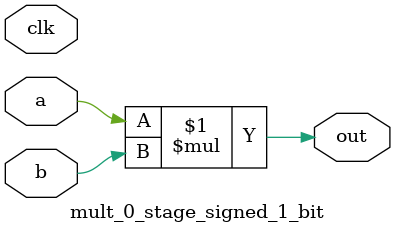
<source format=sv>
(* use_dsp = "yes" *) module mult_0_stage_signed_1_bit(
	input signed [0:0] a,
	input signed [0:0] b,
	output [0:0] out,
	input clk);

	assign out = a * b;
endmodule

</source>
